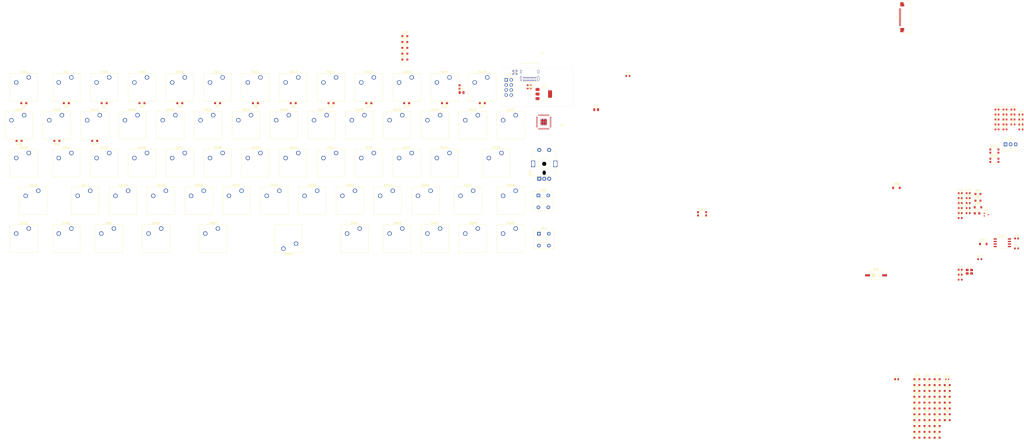
<source format=kicad_pcb>
(kicad_pcb (version 20241229) (generator "pcbnew") (generator_version "9.0")
  (layers (0 "F.Cu" signal) (2 "B.Cu" signal) (13 "F.Paste" user) (15 "B.Paste" user) (5 "F.SilkS" user "F.Silkscreen") (7 "B.SilkS" user "B.Silkscreen") (1 "F.Mask" user) (3 "B.Mask" user) (25 "Edge.Cuts" user))
  (net 0 "")
  (net 1 "GND")
  (net 2 "VBUS")
  (net 3 "+3V3")
  (net 4 "XIN")
  (net 5 "Net-(C5-Pad1)")
  (net 6 "+1V1")
  (net 7 "Net-(U3-GPIO0)")
  (net 8 "Net-(U3-GPIO1)")
  (net 9 "Net-(D65-A)")
  (net 10 "Net-(D64-A)")
  (net 11 "DISPLAY_PREVGL")
  (net 12 "DISPLAY_PREVGH")
  (net 13 "Net-(D1-A)")
  (net 14 "Col0")
  (net 15 "Net-(D2-A)")
  (net 16 "Net-(D3-A)")
  (net 17 "Net-(D4-A)")
  (net 18 "Net-(D5-A)")
  (net 19 "Col1")
  (net 20 "Net-(D6-A)")
  (net 21 "Net-(D7-A)")
  (net 22 "Net-(D8-A)")
  (net 23 "Net-(D9-A)")
  (net 24 "Col2")
  (net 25 "Net-(D10-A)")
  (net 26 "Net-(D11-A)")
  (net 27 "Net-(D12-A)")
  (net 28 "Net-(D13-A)")
  (net 29 "Col3")
  (net 30 "Net-(D14-A)")
  (net 31 "Net-(D15-A)")
  (net 32 "Net-(D16-A)")
  (net 33 "Net-(D17-A)")
  (net 34 "Net-(D18-A)")
  (net 35 "Col4")
  (net 36 "Net-(D19-A)")
  (net 37 "Net-(D20-A)")
  (net 38 "Net-(D21-A)")
  (net 39 "Net-(D22-A)")
  (net 40 "Col5")
  (net 41 "Net-(D23-A)")
  (net 42 "Net-(D24-A)")
  (net 43 "Net-(D25-A)")
  (net 44 "Net-(D26-A)")
  (net 45 "Net-(D27-A)")
  (net 46 "Net-(D28-A)")
  (net 47 "Col6")
  (net 48 "Net-(D29-A)")
  (net 49 "Net-(D30-A)")
  (net 50 "Net-(D31-A)")
  (net 51 "Col7")
  (net 52 "Net-(D32-A)")
  (net 53 "Net-(D33-A)")
  (net 54 "Net-(D34-A)")
  (net 55 "Net-(D35-A)")
  (net 56 "Net-(D36-A)")
  (net 57 "Net-(D37-A)")
  (net 58 "Col8")
  (net 59 "Net-(D38-A)")
  (net 60 "Net-(D39-A)")
  (net 61 "Net-(D40-A)")
  (net 62 "Net-(D41-A)")
  (net 63 "Col9")
  (net 64 "Net-(D42-A)")
  (net 65 "Net-(D43-A)")
  (net 66 "Net-(D44-A)")
  (net 67 "Net-(D45-A)")
  (net 68 "Net-(D46-A)")
  (net 69 "Col10")
  (net 70 "Net-(D47-A)")
  (net 71 "Net-(D48-A)")
  (net 72 "Net-(D49-A)")
  (net 73 "Net-(D50-A)")
  (net 74 "Col11")
  (net 75 "Net-(D51-A)")
  (net 76 "Net-(D52-A)")
  (net 77 "Net-(D53-A)")
  (net 78 "Net-(D54-A)")
  (net 79 "Net-(D55-A)")
  (net 80 "Net-(D56-A)")
  (net 81 "Col12")
  (net 82 "Net-(D57-A)")
  (net 83 "Net-(D58-A)")
  (net 84 "Net-(D59-A)")
  (net 85 "Net-(D60-A)")
  (net 86 "Net-(D61-A)")
  (net 87 "Col13")
  (net 88 "Net-(D62-A)")
  (net 89 "Net-(D63-A)")
  (net 90 "Net-(D68-A)")
  (net 91 "Net-(F1-Pad1)")
  (net 92 "Net-(J1-CC2)")
  (net 93 "USB_D+")
  (net 94 "USB_D-")
  (net 95 "Net-(J1-CC1)")
  (net 98 "/MCU/SWD")
  (net 99 "/MCU/SWCLK")
  (net 100 "SPI_MOSI")
  (net 101 "SPI_SCK")
  (net 102 "SPI_CS0")
  (net 103 "DISPLAY_BUSY")
  (net 104 "DISPLAY_RESE")
  (net 105 "DISPLAY_RESETN")
  (net 106 "DISPLAY_CS")
  (net 107 "DISPLAY_GDR")
  (net 108 "DISPLAY_D{slash}C")
  (net 109 "QSPI_SS")
  (net 110 "/Flash/~{USB_BOOT}")
  (net 111 "XOUT")
  (net 112 "Net-(U3-USB_DP)")
  (net 113 "Net-(U3-USB_DM)")
  (net 114 "/MCU/RUN")
  (net 115 "Net-(R9-Pad2)")
  (net 116 "Net-(R10-Pad2)")
  (net 117 "Row0")
  (net 118 "Row1")
  (net 119 "Row2")
  (net 120 "Row3")
  (net 121 "Row4")
  (net 122 "QSPI_SD2")
  (net 123 "QSPI_SCLK")
  (net 124 "QSPI_SD3")
  (net 125 "QSPI_SD1")
  (net 126 "QSPI_SD0")
  (net 127 "Net-(J4-Pin_3)")
  (net 128 "Net-(J4-Pin_12)")
  (net 129 "Net-(J4-Pin_14)")
  (net 130 "Net-(J4-Pin_16)")
  (net 131 "Net-(J4-Pin_18)")
  (net 132 "Net-(D66-K)")
  (net 133 "Net-(J2-Pin_7)")
  (net 134 "Net-(J2-Pin_6)")
  (net 135 "Net-(J2-Pin_5)")
  (net 136 "Net-(J2-Pin_4)")
  (net 137 "Net-(J2-Pin_8)")
  (net 139 "Net-(R12-Pad2)")
  (net 140 "Net-(R13-Pad2)")
  (footprint "Diode_SMD:D_SOD-323_HandSoldering" (layer "F.Cu") (at 504.71 208.83)
    (property "Reference" "D31")
    (property "Value" "1N4148WT")
  )
  (footprint "Connector:FanPinHeader_1x03_P2.54mm_Vertical" (layer "F.Cu") (at 549.345 66.77)
    (property "Reference" "J3")
    (property "Value" "SWD Debug")
  )
  (footprint "Diode_SMD:D_SOD-323_HandSoldering" (layer "F.Cu") (at 509.805 208.83)
    (property "Reference" "D42")
    (property "Value" "1N4148WT")
  )
  (footprint "Capacitor_SMD:C_0603_1608Metric" (layer "F.Cu") (at 526.525 103.94)
    (property "Reference" "C24")
    (property "Value" "1u")
  )
  (footprint "Diode_SMD:D_SOD-323_HandSoldering" (layer "F.Cu") (at 504.71 214.73)
    (property "Reference" "D33")
    (property "Value" "1N4148WT")
  )
  (footprint "Capacitor_SMD:C_0603_1608Metric" (layer "F.Cu") (at 549.085 49.2)
    (property "Reference" "C11")
    (property "Value" "100n")
  )
  (footprint "Resistor_SMD:R_0603_1608Metric" (layer "F.Cu") (at 526.525 135.01)
    (property "Reference" "R5")
    (property "Value" "1k")
  )
  (footprint "Button_Switch_Keyboard:SW_Cherry_MX_1.00u_PCB" (layer "F.Cu") (at 221.615 90.17)
    (property "Reference" "SW54")
    (property "Value" "SW_Push")
  )
  (footprint "Connector_USB:USB_C_Receptacle_GCT_USB4085" (layer "F.Cu") (at 312.601 34.505 180)
    (property "Reference" "J1")
    (property "Value" "USB_C_Receptacle_USB2.0_16P")
  )
  (footprint "Button_Switch_Keyboard:SW_Cherry_MX_1.00u_PCB" (layer "F.Cu") (at 207.3275 52.07)
    (property "Reference" "SW27")
    (property "Value" "SW_Push")
  )
  (footprint "Button_Switch_SMD:SW_Push_1P1T_NO_CK_KMR2" (layer "F.Cu") (at 543.745 74.82)
    (property "Reference" "SW72")
    (property "Value" "SW_Push")
  )
  (footprint "Diode_SMD:D_SOD-323_HandSoldering" (layer "F.Cu") (at 509.805 185.23)
    (property "Reference" "D34")
    (property "Value" "1N4148WT")
  )
  (footprint "Diode_SMD:D_SOD-323_HandSoldering" (layer "F.Cu") (at 514.9 214.73)
    (property "Reference" "D55")
    (property "Value" "1N4148WT")
  )
  (footprint "Diode_SMD:D_SOD-323_HandSoldering" (layer "F.Cu") (at 509.805 194.08)
    (property "Reference" "D37")
    (property "Value" "1N4148WT")
  )
  (footprint "Diode_SMD:D_SOD-323_HandSoldering" (layer "F.Cu") (at 519.995 188.18)
    (property "Reference" "D57")
    (property "Value" "1N4148WT")
  )
  (footprint "Diode_SMD:D_SOD-323_HandSoldering" (layer "F.Cu") (at 246.75 12.2)
    (property "Reference" "D18")
    (property "Value" "1N4148WT")
  )
  (footprint "Button_Switch_Keyboard:SW_Cherry_MX_1.00u_PCB" (layer "F.Cu") (at 88.265 90.17)
    (property "Reference" "SW47")
    (property "Value" "SW_Push")
  )
  (footprint "Button_Switch_Keyboard:SW_Cherry_MX_1.00u_PCB" (layer "F.Cu") (at 93.0275 52.07)
    (property "Reference" "SW21")
    (property "Value" "SW_Push")
  )
  (footprint "Button_Switch_Keyboard:SW_Cherry_MX_1.00u_PCB" (layer "F.Cu") (at 78.74 71.12)
    (property "Reference" "SW34")
    (property "Value" "SW_Push")
  )
  (footprint "Capacitor_SMD:C_0603_1608Metric" (layer "F.Cu") (at 545.075 56.73)
    (property "Reference" "C9")
    (property "Value" "100n")
  )
  (footprint "Fuse:Fuse_0603_1608Metric_Pad1.05x0.95mm_HandSolder" (layer "F.Cu") (at 274.32 37.846 -90)
    (property "Reference" "F1")
    (property "Value" "Fuse")
  )
  (footprint "Capacitor_SMD:C_0603_1608Metric" (layer "F.Cu") (at 526.525 132.5)
    (property "Reference" "C5")
    (property "Value" "15p")
  )
  (footprint "Capacitor_SMD:C_0603_1608Metric" (layer "F.Cu") (at 526.525 91.39)
    (property "Reference" "C19")
    (property "Value" "1u")
  )
  (footprint "Button_Switch_Keyboard:SW_Cherry_MX_1.25u_PCB" (layer "F.Cu") (at 223.99625 109.22)
    (property "Reference" "SW65")
    (property "Value" "SW_Push")
  )
  (footprint "Capacitor_SMD:C_0603_1608Metric" (layer "F.Cu") (at 530.535 91.39)
    (property "Reference" "C25")
    (property "Value" "4.7u")
  )
  (footprint "Diode_SMD:D_SOD-323_HandSoldering" (layer "F.Cu") (at 171.45 46 180)
    (property "Reference" "D8")
    (property "Value" "1N4148WT")
  )
  (footprint "Button_Switch_Keyboard:SW_Cherry_MX_1.00u_PCB" (layer "F.Cu") (at 135.89 71.12)
    (property "Reference" "SW37")
    (property "Value" "SW_Push")
  )
  (footprint "Button_Switch_Keyboard:SW_Cherry_MX_1.00u_PCB" (layer "F.Cu") (at 250.19 71.12)
    (property "Reference" "SW43")
    (property "Value" "SW_Push")
  )
  (footprint "Diode_SMD:D_SOD-323_HandSoldering" (layer "F.Cu") (at 504.71 205.88)
    (property "Reference" "D30")
    (property "Value" "1N4148WT")
  )
  (footprint "Button_Switch_Keyboard:SW_Cherry_MX_1.25u_PCB" (layer "F.Cu") (at 57.30875 33.02)
    (property "Reference" "SW6")
    (property "Value" "SW_Push")
  )
  (footprint "Capacitor_SMD:C_0603_1608Metric" (layer "F.Cu") (at 549.085 59.24)
    (property "Reference" "C15")
    (property "Value" "1u")
  )
  (footprint "Capacitor_SMD:C_0603_1608Metric" (layer "F.Cu") (at 526.525 96.41)
    (property "Reference" "C21")
    (property "Value" "1u")
  )
  (footprint "Capacitor_SMD:C_0603_1608Metric" (layer "F.Cu") (at 545.075 49.2)
    (property "Reference" "C6")
    (property "Value" "100n")
  )
  (footprint "Diode_SMD:D_SOD-323_HandSoldering" (layer "F.Cu") (at 209.55 46 180)
    (property "Reference" "D10")
    (property "Value" "1N4148WT")
  )
  (footprint "Button_Switch_Keyboard:SW_Cherry_MX_1.00u_PCB" (layer "F.Cu") (at 112.0775 52.07)
    (property "Reference" "SW22")
    (property "Value" "SW_Push")
  )
  (footprint "Diode_SMD:D_SOD-123" (layer "F.Cu") (at 535.46 98.51)
    (property "Reference" "D66")
    (property "Value" "MBR0530")
  )
  (footprint "Button_Switch_Keyboard:SW_Cherry_MX_1.00u_PCB" (layer "F.Cu") (at 169.2275 52.07)
    (property "Reference" "SW25")
    (property "Value" "SW_Push")
  )
  (footprint "Connector_PinHeader_2.54mm:PinHeader_2x04_P2.54mm_Vertical" (layer "F.Cu") (at 297.8 34.26)
    (property "Reference" "J2")
    (property "Value" "Conn_01x08")
  )
  (footprint "Button_Switch_SMD:SW_DIP_SPSTx01_Slide_6.7x4.1mm_W8.61mm_P2.54mm_LowProfile" (layer "F.Cu") (at 484.137 132.842)
    (property "Reference" "SW1")
    (property "Value" "SW_DIP_x01")
  )
  (footprint "Diode_SMD:D_SOD-323_HandSoldering" (layer "F.Cu") (at 114.3 46 180)
    (property "Reference" "D5")
    (property "Value" "1N4148WT")
  )
  (footprint "Diode_SMD:D_SOD-323_HandSoldering" (layer "F.Cu") (at 76.2 46 180)
    (property "Reference" "D3")
    (property "Value" "1N4148WT")
  )
  (footprint "Diode_SMD:D_SOD-323_HandSoldering" (layer "F.Cu") (at 133.35 46 180)
    (property "Reference" "D6")
    (property "Value" "1N4148WT")
  )
  (footprint "Resistor_SMD:R_0603_1608Metric" (layer "F.Cu") (at 557.105 51.71)
    (property "Reference" "R9")
    (property "Value" "10k")
  )
  (footprint "Capacitor_SMD:C_0603_1608Metric" (layer "F.Cu") (at 545.075 51.71)
    (property "Reference" "C7")
    (property "Value" "100n")
  )
  (footprint "Button_Switch_Keyboard:SW_Cherry_MX_1.00u_PCB" (layer "F.Cu") (at 245.4275 109.22)
    (property "Reference" "SW66")
    (property "Value" "SW_Push")
  )
  (footprint "Diode_SMD:D_SOD-323_HandSoldering" (layer "F.Cu") (at 514.9 211.78)
    (property "Reference" "D54")
    (property "Value" "1N4148WT")
  )
  (footprint "Capacitor_SMD:C_0603_1608Metric" (layer "F.Cu") (at 526.525 129.99)
    (property "Reference" "C4")
    (property "Value" "15p")
  )
  (footprint "Diode_SMD:D_SOD-323_HandSoldering" (layer "F.Cu") (at 514.9 185.23)
    (property "Reference" "D45")
    (property "Value" "1N4148WT")
  )
  (footprint "Button_Switch_Keyboard:SW_Cherry_MX_1.00u_PCB" (layer "F.Cu") (at 116.84 71.12)
    (property "Reference" "SW36")
    (property "Value" "SW_Push")
  )
  (footprint "Button_Switch_Keyboard:SW_Cherry_MX_1.00u_PCB" (layer "F.Cu") (at 302.5775 90.17)
    (property "Reference" "SW58")
    (property "Value" "SW_Push")
  )
  (footprint "Button_Switch_Keyboard:SW_Cherry_MX_1.00u_PCB" (layer "F.Cu") (at 264.4775 52.07)
    (property "Reference" "SW30")
    (property "Value" "SW_Push")
  )
  (footprint "Button_Switch_Keyboard:SW_Cherry_MX_1.00u_PCB" (layer "F.Cu") (at 245.4275 52.07)
    (property "Reference" "SW29")
    (property "Value" "SW_Push")
  )
  (footprint "Diode_SMD:D_SOD-523" (layer "F.Cu") (at 519.995 185.23)
    (property "Reference" "D56")
    (property "Value" "1N4148WT")
  )
  (footprint "Diode_SMD:D_SOD-323_HandSoldering" (layer "F.Cu") (at 519.995 202.93)
    (property "Reference" "D62")
    (property "Value" "1N4148WT")
  )
  (footprint "Diode_SMD:D_SOD-323_HandSoldering" (layer "F.Cu") (at 514.9 208.83)
    (property "Reference" "D53")
    (property "Value" "1N4148WT")
  )
  (footprint "Capacitor_SMD:C_0603_1608Metric" (layer "F.Cu") (at 553.095 54.22)
    (property "Reference" "C18")
    (property "Value" "100n")
  )
  (footprint "Button_Switch_Keyboard:SW_Cherry_MX_1.00u_PCB" (layer "F.Cu") (at 97.79 33.02)
    (property "Reference" "SW8")
    (property "Value" "SW_Push")
  )
  (footprint "Diode_SMD:D_SOD-323_HandSoldering" (layer "F.Cu") (at 285.75 46 180)
    (property "Reference" "D14")
    (property "Value" "1N4148WT")
  )
  (footprint "Button_Switch_Keyboard:SW_Cherry_MX_1.00u_PCB" (layer "F.Cu") (at 154.94 33.02)
    (property "Reference" "SW11")
    (property "Value" "SW_Push")
  )
  (footprint "Resistor_SMD:R_0603_1608Metric" (layer "F.Cu") (at 530.535 101.43)
    (property "Reference" "R15")
    (property "Value" "2.2")
  )
  (footprint "Diode_SMD:D_SOD-323_HandSoldering" (layer "F.Cu") (at 504.71 185.23)
    (property "Reference" "D23")
    (property "Value" "1N4148WT")
  )
  (footprint "Capacitor_SMD:C_0603_1608Metric" (layer "F.Cu") (at 553.095 51.71)
    (property "Reference" "C17")
    (property "Value" "100n")
  )
  (footprint "Button_Switch_Keyboard:SW_Cherry_MX_1.25u_PCB" (layer "F.Cu") (at 100.17125 109.22)
    (property "Reference" "SW61")
    (property "Value" "SW_Push")
  )
  (footprint "Button_Switch_Keyboard:SW_Cherry_MX_1.00u_PCB" (layer "F.Cu") (at 145.415 90.17)
    (property "Reference" "SW50")
    (property "Value" "SW_Push")
  )
  (footprint "Resistor_SMD:R_0603_1608Metric" (layer "F.Cu") (at 536.375 124.69)
    (property "Reference" "R11")
    (property "Value" "10k")
  )
  (footprint "Button_Switch_Keyboard:SW_Cherry_MX_1.75u_PCB" (layer "F.Cu") (at 295.43375 71.12)
    (property "Reference" "SW45")
    (property "Value" "SW_Push")
  )
  (footprint "Diode_SMD:D_SOD-323_HandSoldering" (layer "F.Cu") (at 519.995 199.98)
    (property "Reference" "D61")
    (property "Value" "1N4148WT")
  )
  (footprint "Capacitor_SMD:C_0805_2012Metric" (layer "F.Cu") (at 343.154 49.276)
    (property "Reference" "C2")
    (property "Value" "10u")
  )
  (footprint "Button_Switch_SMD:SW_Push_1P1T_NO_CK_KMR2" (layer "F.Cu") (at 396.512 101.816)
    (property "Reference" "SW3")
    (property "Value" "SW_Push")
  )
  (footprint "Button_Switch_Keyboard:SW_Cherry_MX_1.00u_PCB" (layer "F.Cu") (at 183.515 90.17)
    (property "Reference" "SW52")
    (property "Value" "SW_Push")
  )
  (footprint "Diode_SMD:D_SOD-323_HandSoldering" (layer "F.Cu") (at 535.46 91.81)
    (property "Reference" "D64")
    (property "Value" "1N4148WT")
  )
  (footprint "Resistor_SMD:R_0603_1608Metric" (layer "F.Cu") (at 557.105 54.22)
    (property "Reference" "R10")
    (property "Value" "10k")
  )
  (footprint "Package_TO_SOT_SMD:SOT-323_SC-70" (layer "F.Cu") (at 539.675 102.215)
    (property "Reference" "Q1")
    (property "Value" "Si1308EDL")
  )
  (footprint "Diode_SMD:D_SOD-323_HandSoldering" (layer "F.Cu") (at 247.65 46 180)
    (property "Reference" "D12")
    (property "Value" "1N4148WT")
  )
  (footprint "Diode_SMD:D_SOD-323_HandSoldering" (layer "F.Cu") (at 514.9 199.98)
    (property "Reference" "D50")
    (property "Value" "1N4148WT")
  )
  (footprint "Button_Switch_Keyboard:SW_Cherry_MX_1.00u_PCB" (layer "F.Cu") (at 240.665 90.17)
    (property "Reference" "SW55")
    (property "Value" "SW_Push")
  )
  (footprint "Resistor_SMD:R_0603_1608Metric" (layer "F.Cu") (at 557.105 59.24)
    (property "Reference" "R13")
    (property "Value" "10k")
  )
  (footprint "Button_Switch_Keyboard:SW_Cherry_MX_1.00u_PCB" (layer "F.Cu") (at 126.365 90.17)
    (property "Reference" "SW49")
    (property "Value" "SW_Push")
  )
  (footprint "Diode_SMD:D_SOD-323_HandSoldering" (layer "F.Cu") (at 246.75 15.15)
    (property "Reference" "D19")
    (property "Value" "1N4148WT")
  )
  (footprint "Diode_SMD:D_SOD-323_HandSoldering" (layer "F.Cu") (at 504.71 188.18)
    (property "Reference" "D24")
    (property "Value" "1N4148WT")
  )
  (footprint "Capacitor_SMD:C_0805_2012Metric" (layer "F.Cu") (at 275.336 40.64)
    (property "Reference" "C1")
    (property "Value" "10u")
  )
  (footprint "Button_Switch_Keyboard:SW_Cherry_MX_1.00u_PCB" (layer "F.Cu") (at 78.74 33.02)
    (property "Reference" "SW7")
    (property "Value" "SW_Push")
  )
  (footprint "LED_SMD:LED_0603_1608Metric" (layer "F.Cu") (at 494.52 185.23)
    (property "Reference" "D1")
    (property "Value" "3V3")
  )
  (footprint "Diode_SMD:D_SOD-323_HandSoldering" (layer "F.Cu") (at 52.3875 65 180)
    (property "Reference" "D15")
    (property "Value" "1N4148WT")
  )
  (footprint "Resistor_SMD:R_0603_1608Metric" (layer "F.Cu") (at 308.61 37.783 -90)
    (property "Reference" "R8")
    (property "Value" "27")
  )
  (footprint "Button_Switch_Keyboard:SW_Cherry_MX_1.00u_PCB" (layer "F.Cu") (at 269.24 71.12)
    (property "Reference" "SW44")
    (property "Value" "SW_Push")
  )
  (footprint "Button_Switch_Keyboard:SW_Cherry_MX_1.00u_PCB" (layer "F.Cu") (at 212.09 33.02)
    (property "Reference" "SW14")
    (property "Value" "SW_Push")
  )
  (footprint "Diode_SMD:D_SOD-323_HandSoldering" (layer "F.Cu") (at 504.71 202.93)
    (property "Reference" "D29")
    (property "Value" "1N4148WT")
  )
  (footprint "Diode_SMD:D_SOD-323_HandSoldering" (layer "F.Cu") (at 509.805 188.18)
    (property "Reference" "D35")
    (property "Value" "1N4148WT")
  )
  (footprint "Diode_SMD:D_SOD-323_HandSoldering" (layer "F.Cu") (at 190.5 46 180)
    (property "Reference" "D9")
    (property "Value" "1N4148WT")
  )
  (footprint "Connector_FFC-FPC:Amphenol_F32Q-1A7x1-11018_1x18-1MP_P0.5mm_Horizontal" (layer "F.Cu") (at 499.107 2.644 90)
    (property "Reference" "J4")
    (property "Value" "Conn_01x18")
  )
  (footprint "Capacitor_SMD:C_0603_1608Metric" (layer "F.Cu") (at 530.535 93.9)
    (property "Reference" "C26")
    (property "Value" "1u")
  )
  (footprint "Button_Switch_Keyboard:SW_Cherry_MX_1.00u_PCB" (layer "F.Cu") (at 73.9775 52.07)
    (property "Reference" "SW20")
    (property "Value" "SW_Push")
  )
  (footprint "Diode_SMD:D_SOD-323_HandSoldering" (layer "F.Cu") (at 504.71 197.03)
    (property "Reference" "D27")
    (property "Value" "1N4148WT")
  )
  (footprint "Inductor_SMD:L_0805_2012Metric_Pad1.05x1.20mm_HandSolder" (layer "F.Cu") (at 534.995 101.56)
    (property "Reference" "L1")
    (property "Value" "47u")
  )
  (footprint "Button_Switch_Keyboard:SW_Cherry_MX_1.75u_PCB" (layer "F.Cu") (at 62.07125 90.17)
    (property "Reference" "SW46")
    (property "Value" "SW_Push")
  )
  (footprint "Resistor_SMD:R_0603_1608Metric" (layer "F.Cu") (at 553.095 56.73)
    (property "Reference" "R6")
    (property "Value" "1k")
  )
  (footprint "Rotary_Encoder:RotaryEncoder_Alps_EC11E-Switch_Vertical_H20mm_MountingHoles" (layer "F.Cu") (at 314.452 84.096 90)
    (property "Reference" "SW2")
    (property "Value" "RotaryEncoder_Switch")
  )
  (footprint "Button_Switch_Keyboard:SW_Cherry_MX_1.00u_PCB" (layer "F.Cu") (at 264.4775 109.22)
    (property "Reference" "SW67")
    (property "Value" "SW_Push")
  )
  (footprint "Capacitor_SMD:C_0603_1608Metric" (layer "F.Cu") (at 553.095 49.2)
    (property "Reference" "C16")
    (property "Value" "1u")
  )
  (footprint "Button_Switch_Keyboard:SW_Cherry_MX_1.00u_PCB" (layer "F.Cu") (at 226.3775 52.07)
    (property "Reference" "SW28")
    (property "Value" "SW_Push")
  )
  (footprint "Button_Switch_Keyboard:SW_Cherry_MX_1.00u_PCB" (layer "F.Cu") (at 78.74 109.22)
    (property "Reference" "SW60")
    (property "Value" "SW_Push")
  )
  (footprint "Capacitor_SMD:C_0603_1608Metric" (layer "F.Cu") (at 526.525 93.9)
    (property "Reference" "C20")
    (property "Value" "1u")
  )
  (footprint "Button_Switch_Keyboard:SW_Cherry_MX_1.00u_PCB" (layer "F.Cu") (at 283.5275 109.22)
    (property "Reference" "SW68")
    (property "Value" "SW_Push")
  )
  (footprint "Diode_SMD:D_SOD-323_HandSoldering" (layer "F.Cu") (at 519.995 205.88)
    (property "Reference" "D63")
    (property "Value" "1N4148WT")
  )
  (footprint "Button_Switch_Keyboard:SW_Cherry_MX_1.00u_PCB" (layer "F.Cu") (at 250.19 33.02)
    (property "Reference" "SW16")
    (property "Value" "SW_Push")
  )
  (footprint "Capacitor_SMD:C_0603_1608Metric" (layer "F.Cu") (at 554.925 114.24)
    (property "Reference" "C3")
    (property "Value" "100n")
  )
  (footprint "Button_Switch_Keyboard:SW_Cherry_MX_1.25u_PCB" (layer "F.Cu") (at 57.30875 71.12)
    (property "Reference" "SW33")
    (property "Value" "SW_Push")
  )
  (footprint "Diode_SMD:D_SOD-323_HandSoldering" (layer "F.Cu") (at 514.9 197.03)
    (property "Reference" "D49")
    (property "Value" "1N4148WT")
  )
  (footprint "Button_Switch_Keyboard:SW_Cherry_MX_1.00u_PCB" (layer "F.Cu") (at 188.2775 52.07)
    (property "Reference" "SW26")
    (property "Value" "SW_Push")
  )
  (footprint "Diode_SMD:D_SOD-323_HandSoldering" (layer "F.Cu") (at 519.995 191.13)
    (property "Reference" "D58")
    (property "Value" "1N4148WT")
  )
  (footprint "Button_Switch_Keyboard:SW_Cherry_MX_1.00u_PCB" (layer "F.Cu") (at 193.04 33.02)
    (property "Reference" "SW13")
    (property "Value" "SW_Push")
  )
  (footprint "Button_Switch_Keyboard:SW_Cherry_MX_1.25u_PCB" (layer "F.Cu") (at 57.30875 109.22)
    (property "Reference" "SW59")
    (property "Value" "SW_Push")
  )
  (footprint "Button_Switch_THT:SW_Push_2P1T_Toggle_CK_PVA1xxH3xxxxxxV2" (layer "F.Cu") (at 314.278 111.856)
    (property "Reference" "SW4")
    (property "Value" "SW_Push")
  )
  (footprint "Diode_SMD:D_SOD-323_HandSoldering" (layer "F.Cu") (at 504.71 194.08)
    (property "Reference" "D26")
    (property "Value" "1N4148WT")
  )
  (footprint "Button_Switch_Keyboard:SW_Cherry_MX_1.00u_PCB" (layer "F.Cu") (at 131.1275 52.07)
    (property "Reference" "SW23")
    (property "Value" "SW_Push")
  )
  (footprint "Diode_SMD:D_SOD-323_HandSoldering" (layer "F.Cu") (at 152.4 46 180)
    (property "Reference" "D7")
    (property "Value" "1N4148WT")
  )
  (footprint "Crystal:Crystal_SMD_3225-4Pin_3.2x2.5mm" (layer "F.Cu") (at 531.155 131.01)
    (property "Reference" "Y1")
    (property "Value" "ABM8-272-T3")
  )
  (footprint "Button_Switch_Keyboard:SW_Cherry_MX_1.00u_PCB" (layer "F.Cu") (at 259.715 90.17)
    (property "Reference" "SW56")
    (property "Value" "SW_Push")
  )
  (footprint "Capacitor_SMD:C_0603_1608Metric" (layer "F.Cu") (at 545.075 54.22)
    (property "Reference" "C8")
    (property "Value" "100n")
  )
  (footprint "Capacitor_SMD:C_0603_1608Metric" (layer "F.Cu") (at 545.075 59.24)
    (property "Reference" "C10")
    (property "Value" "100n")
  )
  (footprint "Button_Switch_Keyboard:SW_Cherry_MX_1.00u_PCB" (layer "F.Cu") (at 231.14 71.12)
    (property "Reference" "SW42")
    (property "Value" "SW_Push")
  )
  (footprint "Diode_SMD:D_SOD-323_HandSoldering" (layer "F.Cu") (at 228.6 46 180)
    (property "Reference" "D11")
    (property "Value" "1N4148WT")
  )
  (footprint "Resistor_SMD:R_0603_1608Metric" (layer "F.Cu") (at 530.535 98.92)
    (property "Reference" "R14")
    (property "Value" "1M")
  )
  (footprint "Button_Switch_THT:SW_Push_2P1T_Toggle_CK_PVA1xxH2xxxxxxV2" (layer "F.Cu") (at 314.024 92.552)
    (property "Reference" "SW5")
    (property "Value" "SW_Push")
  )
  (footprint "Button_Switch_Keyboard:SW_Cherry_MX_1.00u_PCB" (layer "F.Cu") (at 173.99 33.02)
    (property "Reference" "SW12")
    (property "Value" "SW_Push")
  )
  (footprint "Button_Switch_Keyboard:SW_Cherry_MX_1.00u_PCB" (layer "F.Cu") (at 154.94 71.12)
    (property "Reference" "SW38")
    (property "Value" "SW_Push")
  )
  (footprint "Capacitor_SMD:C_0603_1608Metric" (layer "F.Cu") (at 526.525 98.92)
    (property "Reference" "C22")
    (property "Value" "1u")
  )
  (footprint "Diode_SMD:D_SOD-323_HandSoldering" (layer "F.Cu") (at 266.7 46 180)
    (property "Reference" "D13")
    (property "Value" "1N4148WT")
  )
  (footprint "Resistor_SMD:R_0603_1608Metric" (layer "F.Cu") (at 310.134 37.783 -90)
    (property "Reference" "R7")
    (property "Value" "27")
  )
  (footprint "Diode_SMD:D_SOD-323_HandSoldering" (layer "F.Cu") (at 246.75 24)
    (property "Reference" "D22")
    (property "Value" "1N4148WT")
  )
  (footprint "Diode_SMD:D_SOD-323_HandSoldering" (layer "F.Cu") (at 509.805 205.88)
    (property "Reference" "D41")
    (property "Value" "1N4148WT")
  )
  (footprint "Diode_SMD:D_SOD-123" (layer "F.Cu") (at 494.4 88.7)
    (property "Reference" "D68")
    (property "Value" "MBR0530")
  )
  (footprint "Diode_SMD:D_SOD-323_HandSoldering" (layer "F.Cu") (at 509.805 214.73)
    (property "Reference" "D44")
    (property "Value" "1N4148WT")
  )
  (footprint "Diode_SMD:D_SOD-323_HandSoldering" (layer "F.Cu") (at 504.71 211.78)
    (property "Reference" "D32")
    (property "Value" "1N4148WT")
  )
  (footprint "Diode_SMD:D_SOD-323_HandSoldering" (layer "F.Cu") (at 509.805 211.78)
    (property "Reference" "D43")
    (property "Value" "1N4148WT")
  )
  (footprint "Button_Switch_Keyboard:SW_Cherry_MX_1.00u_PCB" (layer "F.Cu") (at 283.5275 52.07)
    (property "Reference" "SW31")
    (property "Value" "SW_Push")
  )
  (footprint "Button_Switch_Keyboard:SW_Cherry_MX_1.00u_PCB" (layer "F.Cu") (at 302.5775 52.07)
    (property "Reference" "SW32")
    (property "Value" "SW_Push")
  )
  (footprint "Button_Switch_Keyboard:SW_Cherry_MX_1.00u_PCB" (layer "F.Cu") (at 150.1775 52.07)
    (property "Reference" "SW24")
    (property "Value" "SW_Push")
  )
  (footprint "Diode_SMD:D_SOD-323_HandSoldering" (layer "F.Cu") (at 246.75 21.05)
    (property "Reference" "D21")
    (property "Value" "1N4148WT")
  )
  (footprint "Capacitor_SMD:C_0603_1608Metric" (layer "F.Cu") (at 549.085 54.22)
    (property "Reference" "C13")
    (property "Value" "100n")
  )
  (footprint "Button_Switch_Keyboard:SW_Cherry_MX_1.00u_PCB" (layer "F.Cu") (at 288.29 33.02)
    (property "Reference" "SW18")
    (property "Value" "SW_Push")
  )
  (footprint "Resistor_SMD:R_0603_1608Metric" (layer "F.Cu") (at 359.093 32.258)
    (property "Reference" "R1")
    (property "Value" "110")
  )
  (footprint "Capacitor_SMD:C_0603_1608Metric" (layer "F.Cu") (at 526.525 101.43)
    (property "Reference" "C23")
    (property "Value" "1u")
  )
  (footprint "Button_Switch_Keyboard:SW_Cherry_MX_1.25u_PCB" (layer "F.Cu") (at 281.14625 90.17)
    (property "Reference" "SW57")
    (property "Value" "SW_Push")
  )
  (footprint "Resistor_SMD:R_0603_1608Metric" (layer "F.Cu") (at 554.925 119.26)
    (property "Reference" "R4")
    (property "Value" "DNF")
  )
  (footprint "Button_Switch_Keyboard:SW_Cherry_MX_1.00u_PCB" (layer "F.Cu") (at 173.99 71.12)
    (property "Reference" "SW39")
    (property "Value" "SW_Push")
  )
  (footprint "Diode_SMD:D_SOD-323_HandSoldering" (layer "F.Cu") (at 519.995 197.03)
    (property "Reference" "D60")
    (property "Value" "1N4148WT")
  )
  (footprint "Diode_SMD:D_SOD-323_HandSoldering" (layer "F.Cu") (at 90.4875 65 180)
    (property "Reference" "D17")
    (property "Value" "1N4148WT")
  )
  (footprint "Diode_SMD:D_SOD-323_HandSoldering" (layer "F.Cu") (at 246.75 18.1)
    (property "Reference" "D20")
    (property "Value" "1N4148WT")
  )
  (footprint "Button_Switch_Keyboard:SW_Cherry_MX_1.00u_PCB" (layer "F.Cu") (at 107.315 90.17)
    (property "Reference" "SW48")
    (property "Value" "SW_Push")
  )
  (footprint "Diode_SMD:D_SOD-323_HandSoldering" (layer "F.Cu") (at 71.4375 65 180)
    (property "Reference" "D16")
    (property "Value" "1N4148WT")
  )
  (footprint "Diode_SMD:D_SOD-323_HandSoldering" (layer "F.Cu") (at 509.805 191.13)
    (property "Reference" "D36")
    (property "Value" "1N4148WT")
  )
  (footprint "Diode_SMD:D_SOD-323_HandSoldering" (layer "F.Cu") (at 514.9 205.88)
    (property "Reference" "D52")
    (property "Value" "1N4148WT")
  )
  (footprint "Button_Switch_Keyboard:SW_Cherry_MX_1.00u_PCB" (layer "F.Cu") (at 54.9275 52.07)
    (property "Reference" "SW19")
    (property "Value" "SW_Push")
  )
  (footprint "Button_Switch_Keyboard:SW_Cherry_MX_1.00u_PCB" (layer "F.Cu") (at 231.14 33.02)
    (property "Reference" "SW15")
    (property "Value" "SW_Push")
  )
  (footprint "Button_Switch_SMD:SW_Push_1P1T_NO_CK_KMR2" (layer "F.Cu") (at 543.745 70.17)
    (property "Reference" "SW71")
    (property "Value" "SW_Push")
  )
  (footprint "Diode_SMD:D_SOD-323_HandSoldering" (layer "F.Cu") (at 535.46 95.16)
    (property "Reference" "D65")
    (property "Value" "1N4148WT")
  )
  (footprint "Capacitor_SMD:C_0603_1608Metric" (layer "F.Cu") (at 530.535 96.41)
    (property "Reference" "C27")
    (property "Value" "4.7u")
  )
  (footprint "Diode_SMD:D_SOD-323_HandSoldering" (layer "F.Cu") (at 514.9 191.13)
    (property "Reference" "D47")
    (property "Value" "1N4148WT")
  )
  (footprint "Diode_SMD:D_SOD-323_HandSoldering" (layer "F.Cu") (at 514.9 188.18)
    (property "Reference" "D46")
    (property "Value" "1N4148WT")
  )
  (footprint "Capacitor_SMD:C_0603_1608Metric" (layer "F.Cu") (at 549.085 56.73)
    (property "Reference" "C14")
    (property "Value" "100n")
  )
  (footprint "Package_TO_SOT_SMD:SOT-223-3_TabPin2" (layer "F.Cu") (at 316.738 41.402)
    (property "Reference" "U1")
    (property "Value" "NCP1117-3.3_SOT223")
  )
  (footprint "Diode_SMD:D_SOD-323_HandSoldering" (layer "F.Cu") (at 509.805 197.03)
    (property "Reference" "D38")
    (property "Value" "1N4148WT")
  )
  (footprint "Button_Switch_Keyboard:SW_Cherry_MX_1.25u_PCB" (layer "F.Cu") (at 123.98375 109.22)
    (property "Reference" "SW62")
    (property "Value" "SW_Push")
  )
  (footprint "Package_SO:SOIC-8_5.3x5.3mm_P1.27mm" (layer "F.Cu") (at 547.745 116.41)
    (property "Reference" "U2")
    (property "Value" "W25Q128JVS")
  )
  (footprint "Button_Switch_Keyboard:SW_Cherry_MX_2.25u_PCB" (layer "F.Cu") (at 185.57875 119.38 180)
    (property "Reference" "SW64")
    (property "Value" "SW_Push")
  )
  (footprint "Diode_SMD:D_SOD-323_HandSoldering" (layer "F.Cu") (at 504.71 191.13)
    (property "Reference" "D25")
    (property "Value" "1N4148WT")
  )
  (footprint "Diode_SMD:D_SOD-323_HandSoldering" (layer "F.Cu") (at 514.9 202.93)
    (property "Reference" "D51")
    (property "Value" "1N4148WT")
  )
  (footprint "Diode_SMD:D_SOD-323_HandSoldering" (layer "F.Cu") (at 54.76875 46 180)
    (property "Reference" "D2")
    (property "Value" "1N4148WT")
  )
  (footprint "Diode_SMD:D_SOD-123" (layer "F.Cu") (at 538.165 117.02)
    (property "Reference" "D67")
    (property "Value" "MBR0530")
  )
  (footprint "Button_Switch_Keyboard:SW_Cherry_MX_1.00u_PCB" (layer "F.Cu") (at 302.5775 109.22)
    (property "Reference" "SW69")
    (property "Value" "SW_Push")
  )
  (footprint "Capacitor_SMD:C_0603_1608Metric" (layer "F.Cu") (at 549.085 51.71)
    (property "Reference" "C12")
    (property "Value" "100n")
  )
  (footprint "Button_Switch_Keyboard:SW_Cherry_MX_1.00u_PCB" (layer "F.Cu") (at 116.84 33.02)
    (property "Reference" "SW9")
    (property "Value" "SW_Push")
  )
  (footprint "Button_Switch_Keyboard:SW_Cherry_MX_1.00u_PCB" (layer "F.Cu") (at 269.24 33.02)
    (property "Reference" "SW17")
    (property "Value" "SW_Push")
  )
  (footprint "Button_Switch_Keyboard:SW_Cherry_MX_1.00u_PCB" (layer "F.Cu") (at 164.465 90.17)
    (property "Reference" "SW51")
    (property "Value" "SW_Push")
  )
  (footprint "Button_Switch_Keyboard:SW_Cherry_MX_1.00u_PCB" (layer "F.Cu") (at 97.79 71.12)
    (property "Reference" "SW35")
    (property "Value" "SW_Push")
  )
  (footprint "Resistor_SMD:R_0603_1608Metric" (layer "F.Cu") (at 557.105 56.73)
    (property "Reference" "R12")
    (property "Value" "10k")
  )
  (footprint "Diode_SMD:D_SOD-323_HandSoldering" (layer "F.Cu") (at 519.995 194.08)
    (property "Reference" "D59")
    (property "Value" "1N4148WT")
  )
  (footprint "Button_Switch_Keyboard:SW_Cherry_MX_1.75u_PCB" (layer "F.Cu") (at 152.55875 109.22)
    (property "Reference" "SW63")
    (property "Value" "SW_Push")
  )
  (footprint "Button_Switch_Keyboard:SW_Cherry_MX_1.00u_PCB" (layer "F.Cu") (at 202.565 90.17)
    (property "Reference" "SW53")
    (property "Value" "SW_Push")
  )
  (footprint "Diode_SMD:D_SOD-323_HandSoldering" (layer "F.Cu") (at 509.805 199.98)
    (property "Reference" "D39")
    (property "Value" "1N4148WT")
  )
  (footprint "Button_Switch_Keyboard:SW_Cherry_MX_1.00u_PCB" (layer "F.Cu") (at 135.89 33.02)
    (property "Reference" "SW10")
    (property "Value" "SW_Push")
  )
  (footprint "Diode_SMD:D_SOD-323_HandSoldering" (layer "F.Cu") (at 509.805 202.93)
    (property "Reference" "D40")
    (property "Value" "1N4148WT")
  )
  (footprint "Button_Switch_Keyboard:SW_Cherry_MX_1.00u_PCB" (layer "F.Cu") (at 212.09 71.12)
    (property "Reference" "SW41")
    (property "Value" "SW_Push")
  )
  (footprint "RP2040_minimal_r2:RP2040-QFN-56" (layer "F.Cu") (at 316.716 55.4905)
    (property "Reference" "U3")
    (property "Value" "RP2040")
  )
  (footprint "Diode_SMD:D_SOD-323_HandSoldering" (layer "F.Cu") (at 514.9 194.08)
    (property "Reference" "D48")
    (property "Value" "1N4148WT")
  )
  (footprint "Button_Switch_Keyboard:SW_Cherry_MX_1.00u_PCB" (layer "F.Cu") (at 193.04 71.12)
    (property "Reference" "SW40")
    (property "Value" "SW_Push")
  )
  (footprint "Diode_SMD:D_SOD-323_HandSoldering" (layer "F.Cu") (at 504.71 199.98)
    (property "Reference" "D28")
    (property "Value" "1N4148WT")
  )
  (footprint "Diode_SMD:D_SOD-323_HandSoldering" (layer "F.Cu") (at 95.25 46 180)
    (property "Reference" "D4")
    (property "Value" "1N4148WT")
  )
  (footprint "Resistor_SMD:R_0603_1608Metric" (layer "B.Cu") (at 302.197 29.718)
    (property "Reference" "R3")
    (property "Value" "5.1k")
  )
  (footprint "Resistor_SMD:R_0603_1608Metric" (layer "B.Cu") (at 302.197 31.242 180)
    (property "Reference" "R2")
    (property "Value" "5.1k")
  )
  (footprint "" (layer "B.Cu") (at 319.004 31.636 180)
    (property "Reference" "")
    (property "Value" "")
  )
  (gr_line (start 295.34 47.57) (end 331.34 47.57) (stroke (width 0.05)) (layer "Edge.Cuts"))
  (gr_line (start 295.34 28.57) (end 295.34 47.57) (stroke (width 0.05)) (layer "Edge.Cuts"))
  (gr_line (start 331.34 28.57) (end 295.34 28.57) (stroke (width 0.05)) (layer "Edge.Cuts"))
  (gr_line (start 331.34 47.57) (end 331.34 28.57) (stroke (width 0.05)) (layer "Edge.Cuts"))
)
</source>
